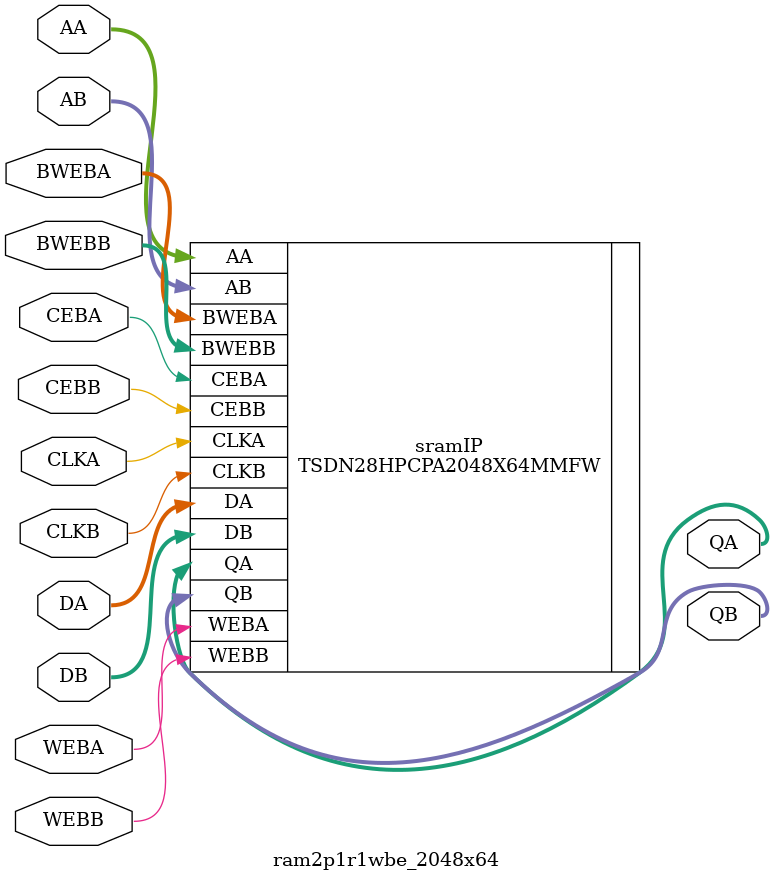
<source format=sv>

module ram2p1r1wbe_2048x64(
  input  logic          CLKA,
  input  logic          CLKB,
  input  logic          CEBA,
  input  logic          CEBB,
  input  logic          WEBA,
  input  logic          WEBB,
  input  logic [8:0]    AA,
  input  logic [8:0]    AB,
  input  logic [63:0]   DA,
  input  logic [63:0]   DB,
  input  logic [63:0]   BWEBA,
  input  logic [63:0]   BWEBB,
  output logic [63:0]   QA,
  output logic [63:0]   QB
);

   // replace "generic2048x64RAM" with "TSDN..2048X64.." module from your memory vendor
  TSDN28HPCPA2048X64MMFW sramIP (.CLKA, .CLKB, .CEBA, .CEBB, .WEBA, .WEBB,
    .AA, .AB, .DA, .DB, .BWEBA, .BWEBB, .QA, .QB);
  // generic2048x64RAM sramIP (.CLKA, .CLKB, .CEBA, .CEBB, .WEBA, .WEBB,
//         .AA, .AB, .DA, .DB, .BWEBA, .BWEBB, .QA, .QB);

endmodule

</source>
